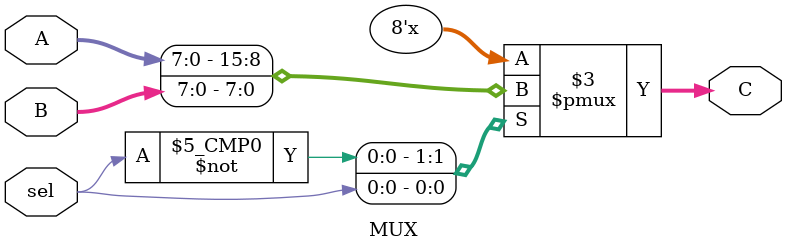
<source format=sv>
module Counter(
    input clk, reset,
  output [12:0] out,
  input [10:0] salto,
  input enablestak
);

  reg [12:0]out;
  reg [1:0] complemento;

  	always @ (posedge clk)

      if(reset) begin
      	out <= 0;

      end else begin
        if (enablestak == 1'b1)begin
          out<= {{complemento},{salto}};
        end else begin
          out <= out + 1;
        end

  	  end

initial begin
    out <= 1'b0;

end

endmodule


module Inst_Memory(
  input clk, enable,
  input[12:0]address,
  output[13:0] out
);

  reg [13:0] out;
  reg [13:0] memory [0:8194];

  always @ (posedge clk)

    if (enable) begin
      out <= memory[address];
    end

initial begin
 $readmemh("memory.list", memory);

end

endmodule

module register(
    input clk, enable,
    input [7:0] in,
    output [7:0] out
);

    reg [7:0] out;

    always @ (posedge clk)

      if(enable) begin
        out <= in;

      end

endmodule

module generalReg (
    input clk, enable,
  	input [6:0] address,
    input [7:0] in,
    output [7:0] out
);
    wire [7:0] out;
  	reg [7:0] memory [0:128];

  	assign out = memory[address];

  	always @ (posedge clk) begin
      	if(enable) begin
          memory[address] <= in;
      	end
  	end

  // reset memory
  	integer i;
  	initial begin
      for (i = 0; i < 128; i= i + 1)
        memory[i] = i;
    end

endmodule

`define registros 2'b00
`define literales 2'b11

module ALU(
  input clk,
  input [3:0] control,
  input [7:0] A,B,
  output [7:0] out,
  input [1:0] codigo
);

  reg [7:0] out;

  wire [7:0] result1;
  wire [7:0] result2;
  wire RLF;
  wire RRF;

  assign RLF = B[7];
  assign result1 = B<<1;
  assign result1[0]=RLF;
  assign RRF = B[0];
  assign result2 = B>>1;
  assign result2[7] = RRF;

  always @ (posedge clk)begin

    if (codigo ==`registros)begin

      case (control)
        0:out <= A;
        1:out <= 0;
        2:out <= B - A;
        3:out <= B - 1;
        4:out <= A | B;
        5:out <= A & B;
        6:out <= A ^ B;
        7:out <= A + B;
        8:out <= B;
        9:out <= -B;
        10:out <= B + 1;
        11:out <= B - 1;//salto DECFSZ
        12:out <= result1;//B<<;
        13:out <= result2;//B>>;
        14:out <= {{B[3:0]},{B[7:4]}}; //swap
        15:out <= B+1; // INCFSZ

      endcase

    end else if (codigo == `literales)begin

      casex (control)
        4'b111x: out <= A + B;
        4'b1001: out <= A & B;
        4'b1000: out <= A | B;
        4'b00xx: out <= B;
        4'b01xx: out <= B; //RETLW
        4'b110x: out <= B - A;
        4'b1010: out <= A ^ B;

      endcase

    end

  end

endmodule

module half_Freq ( clk ,rst,out_clk );

input clk ;
input rst;
output reg out_clk;

always @(posedge clk) begin

  if (rst)
       out_clk <= 1'b0;

  else
       out_clk <= ~out_clk;

end

initial begin
    out_clk <= 1'b0;

end

endmodule

`define codigo 2'b00
`define destino 2'b11
`define jump 2'b10

module Decoder ( input [1:0] codigo,
  input [13:0] instruction,
  output [3:0] alu_Control,
  output enable_REG,
  output enable_W,
  output enableRAM,
  output sel,
  output [10:0] salto,
  output enablestak
);

  reg [3:0] alu_Control;
  reg [10:0] salto;
  reg enablestak;
  reg enable_REG;
  reg enableRAM;
  reg sel;


  always @ (instruction) begin

    if (codigo == `codigo)begin
      alu_Control <= instruction [11:8];
      enable_REG <= instruction[7];
      enableRAM <= 1'b1;
      sel <= 1'b0;

    end else if ( codigo == `destino) begin
      enableRAM <= 1'b0;
      sel <= 1'b1;
      alu_Control <= instruction [11:8];

    end else if (codigo == `jump) begin
      enableRAM<=1'b0;
      salto <=instruction [10:0];
      enablestak <= instruction [11];

    end

  end

endmodule

module MUX (input sel, input [7:0] A, input [7:0] B, output [7:0] C);

  reg [7:0] C;

  always @ (A or B)begin

    case (sel)
      0: C <= A;
      1: C <= B;

    endcase

  end

endmodule

</source>
